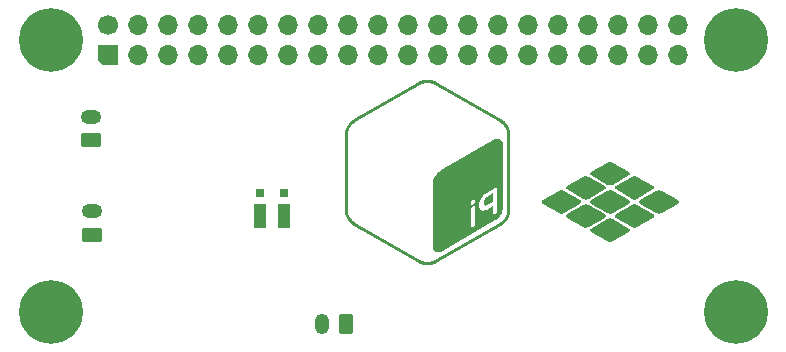
<source format=gbr>
%TF.GenerationSoftware,KiCad,Pcbnew,7.0.1*%
%TF.CreationDate,2023-05-02T18:46:26+03:00*%
%TF.ProjectId,picoups,7069636f-7570-4732-9e6b-696361645f70,rev?*%
%TF.SameCoordinates,Original*%
%TF.FileFunction,Soldermask,Bot*%
%TF.FilePolarity,Negative*%
%FSLAX46Y46*%
G04 Gerber Fmt 4.6, Leading zero omitted, Abs format (unit mm)*
G04 Created by KiCad (PCBNEW 7.0.1) date 2023-05-02 18:46:26*
%MOMM*%
%LPD*%
G01*
G04 APERTURE LIST*
G04 Aperture macros list*
%AMRoundRect*
0 Rectangle with rounded corners*
0 $1 Rounding radius*
0 $2 $3 $4 $5 $6 $7 $8 $9 X,Y pos of 4 corners*
0 Add a 4 corners polygon primitive as box body*
4,1,4,$2,$3,$4,$5,$6,$7,$8,$9,$2,$3,0*
0 Add four circle primitives for the rounded corners*
1,1,$1+$1,$2,$3*
1,1,$1+$1,$4,$5*
1,1,$1+$1,$6,$7*
1,1,$1+$1,$8,$9*
0 Add four rect primitives between the rounded corners*
20,1,$1+$1,$2,$3,$4,$5,0*
20,1,$1+$1,$4,$5,$6,$7,0*
20,1,$1+$1,$6,$7,$8,$9,0*
20,1,$1+$1,$8,$9,$2,$3,0*%
%AMOutline5P*
0 Free polygon, 5 corners , with rotation*
0 The origin of the aperture is its center*
0 number of corners: always 5*
0 $1 to $10 corner X, Y*
0 $11 Rotation angle, in degrees counterclockwise*
0 create outline with 5 corners*
4,1,5,$1,$2,$3,$4,$5,$6,$7,$8,$9,$10,$1,$2,$11*%
%AMOutline6P*
0 Free polygon, 6 corners , with rotation*
0 The origin of the aperture is its center*
0 number of corners: always 6*
0 $1 to $12 corner X, Y*
0 $13 Rotation angle, in degrees counterclockwise*
0 create outline with 6 corners*
4,1,6,$1,$2,$3,$4,$5,$6,$7,$8,$9,$10,$11,$12,$1,$2,$13*%
%AMOutline7P*
0 Free polygon, 7 corners , with rotation*
0 The origin of the aperture is its center*
0 number of corners: always 7*
0 $1 to $14 corner X, Y*
0 $15 Rotation angle, in degrees counterclockwise*
0 create outline with 7 corners*
4,1,7,$1,$2,$3,$4,$5,$6,$7,$8,$9,$10,$11,$12,$13,$14,$1,$2,$15*%
%AMOutline8P*
0 Free polygon, 8 corners , with rotation*
0 The origin of the aperture is its center*
0 number of corners: always 8*
0 $1 to $16 corner X, Y*
0 $17 Rotation angle, in degrees counterclockwise*
0 create outline with 8 corners*
4,1,8,$1,$2,$3,$4,$5,$6,$7,$8,$9,$10,$11,$12,$13,$14,$15,$16,$1,$2,$17*%
G04 Aperture macros list end*
%ADD10C,0.264583*%
%ADD11R,1.100000X2.000000*%
%ADD12R,0.800000X0.800000*%
%ADD13RoundRect,0.250000X0.350000X0.625000X-0.350000X0.625000X-0.350000X-0.625000X0.350000X-0.625000X0*%
%ADD14O,1.200000X1.750000*%
%ADD15C,5.400000*%
%ADD16Outline5P,-0.850000X0.425000X-0.425000X0.850000X0.850000X0.850000X0.850000X-0.850000X-0.850000X-0.850000X90.000000*%
%ADD17C,1.700000*%
%ADD18O,1.700000X1.700000*%
%ADD19RoundRect,0.250000X0.625000X-0.350000X0.625000X0.350000X-0.625000X0.350000X-0.625000X-0.350000X0*%
%ADD20O,1.750000X1.200000*%
G04 APERTURE END LIST*
%TO.C,REF\u002A\u002A*%
G36*
X146030023Y-108219771D02*
G01*
X146059581Y-108222648D01*
X146088946Y-108227445D01*
X146118022Y-108234160D01*
X146146712Y-108242794D01*
X146174920Y-108253347D01*
X146202550Y-108265818D01*
X146229505Y-108280208D01*
X147604321Y-109073958D01*
X147612967Y-109079341D01*
X147621172Y-109085238D01*
X147628920Y-109091623D01*
X147636194Y-109098466D01*
X147642978Y-109105740D01*
X147649257Y-109113417D01*
X147655014Y-109121470D01*
X147660234Y-109129871D01*
X147664899Y-109138591D01*
X147668995Y-109147603D01*
X147672504Y-109156880D01*
X147675411Y-109166392D01*
X147677701Y-109176113D01*
X147679356Y-109186015D01*
X147680361Y-109196070D01*
X147680699Y-109206249D01*
X147680614Y-109211353D01*
X147680361Y-109216429D01*
X147679941Y-109221474D01*
X147679356Y-109226484D01*
X147678609Y-109231455D01*
X147677701Y-109236385D01*
X147676634Y-109241270D01*
X147675411Y-109246107D01*
X147674034Y-109250891D01*
X147672504Y-109255619D01*
X147670824Y-109260289D01*
X147668995Y-109264896D01*
X147667019Y-109269436D01*
X147664899Y-109273908D01*
X147662637Y-109278306D01*
X147660234Y-109282628D01*
X147657692Y-109286870D01*
X147655014Y-109291029D01*
X147652202Y-109295100D01*
X147649257Y-109299082D01*
X147646182Y-109302969D01*
X147642978Y-109306759D01*
X147639648Y-109310448D01*
X147636194Y-109314033D01*
X147632617Y-109317510D01*
X147628920Y-109320876D01*
X147625104Y-109324128D01*
X147621172Y-109327261D01*
X147617126Y-109330272D01*
X147612967Y-109333158D01*
X147608698Y-109335916D01*
X147604321Y-109338541D01*
X146229505Y-110132291D01*
X146202550Y-110146681D01*
X146174920Y-110159152D01*
X146146712Y-110169705D01*
X146118022Y-110178338D01*
X146088946Y-110185054D01*
X146059581Y-110189850D01*
X146030023Y-110192728D01*
X146000369Y-110193688D01*
X145970715Y-110192728D01*
X145941157Y-110189850D01*
X145911792Y-110185054D01*
X145882717Y-110178338D01*
X145854027Y-110169705D01*
X145825818Y-110159152D01*
X145798189Y-110146681D01*
X145771234Y-110132291D01*
X144396418Y-109338541D01*
X144387771Y-109333158D01*
X144379566Y-109327261D01*
X144371819Y-109320876D01*
X144364545Y-109314033D01*
X144357760Y-109306759D01*
X144351481Y-109299082D01*
X144345724Y-109291029D01*
X144340505Y-109282628D01*
X144335840Y-109273908D01*
X144331744Y-109264896D01*
X144328235Y-109255619D01*
X144325327Y-109246107D01*
X144323038Y-109236385D01*
X144321383Y-109226484D01*
X144320378Y-109216429D01*
X144320039Y-109206249D01*
X144320124Y-109201146D01*
X144320378Y-109196070D01*
X144320798Y-109191025D01*
X144321383Y-109186015D01*
X144322130Y-109181043D01*
X144323038Y-109176113D01*
X144324104Y-109171228D01*
X144325327Y-109166392D01*
X144326705Y-109161608D01*
X144328235Y-109156880D01*
X144329915Y-109152210D01*
X144331744Y-109147603D01*
X144333720Y-109143062D01*
X144335840Y-109138591D01*
X144338102Y-109134193D01*
X144340505Y-109129871D01*
X144343046Y-109125629D01*
X144345724Y-109121470D01*
X144348536Y-109117399D01*
X144351481Y-109113417D01*
X144354556Y-109109530D01*
X144357760Y-109105740D01*
X144361090Y-109102051D01*
X144364545Y-109098466D01*
X144368121Y-109094989D01*
X144371819Y-109091623D01*
X144375634Y-109088371D01*
X144379566Y-109085238D01*
X144383613Y-109082227D01*
X144387771Y-109079341D01*
X144392040Y-109076583D01*
X144396418Y-109073958D01*
X145771234Y-108280208D01*
X145798189Y-108265818D01*
X145825819Y-108253347D01*
X145854027Y-108242794D01*
X145882717Y-108234160D01*
X145911793Y-108227445D01*
X145941157Y-108222648D01*
X145970715Y-108219771D01*
X146000369Y-108218811D01*
X146030023Y-108219771D01*
G37*
G36*
X143967800Y-109410395D02*
G01*
X143997358Y-109413273D01*
X144026723Y-109418070D01*
X144055799Y-109424785D01*
X144084489Y-109433419D01*
X144112697Y-109443972D01*
X144140327Y-109456443D01*
X144167282Y-109470833D01*
X145542098Y-110264583D01*
X145546476Y-110267208D01*
X145550745Y-110269966D01*
X145554903Y-110272852D01*
X145558950Y-110275863D01*
X145562882Y-110278996D01*
X145566697Y-110282247D01*
X145570395Y-110285613D01*
X145573971Y-110289091D01*
X145577426Y-110292675D01*
X145580756Y-110296365D01*
X145583960Y-110300155D01*
X145587035Y-110304042D01*
X145589979Y-110308024D01*
X145592792Y-110312095D01*
X145595470Y-110316254D01*
X145598011Y-110320496D01*
X145600414Y-110324818D01*
X145602676Y-110329216D01*
X145604796Y-110333687D01*
X145606772Y-110338228D01*
X145608601Y-110342835D01*
X145610281Y-110347505D01*
X145611811Y-110352233D01*
X145613189Y-110357017D01*
X145614412Y-110361854D01*
X145615478Y-110366738D01*
X145616386Y-110371668D01*
X145617133Y-110376640D01*
X145617718Y-110381650D01*
X145618138Y-110386695D01*
X145618392Y-110391771D01*
X145618477Y-110396874D01*
X145618138Y-110407054D01*
X145617133Y-110417109D01*
X145615478Y-110427010D01*
X145613189Y-110436731D01*
X145610281Y-110446244D01*
X145606772Y-110455520D01*
X145602676Y-110464533D01*
X145598011Y-110473253D01*
X145592792Y-110481653D01*
X145587035Y-110489706D01*
X145580756Y-110497384D01*
X145573971Y-110504658D01*
X145566697Y-110511501D01*
X145558950Y-110517886D01*
X145550745Y-110523783D01*
X145542098Y-110529166D01*
X144167282Y-111322916D01*
X144140327Y-111337306D01*
X144112697Y-111349777D01*
X144084489Y-111360329D01*
X144055799Y-111368963D01*
X144026723Y-111375679D01*
X143997358Y-111380475D01*
X143967801Y-111383353D01*
X143938146Y-111384312D01*
X143908492Y-111383353D01*
X143878935Y-111380475D01*
X143849570Y-111375679D01*
X143820494Y-111368963D01*
X143791804Y-111360329D01*
X143763596Y-111349777D01*
X143735966Y-111337306D01*
X143709011Y-111322916D01*
X142334196Y-110529166D01*
X142329818Y-110526541D01*
X142325549Y-110523783D01*
X142321390Y-110520897D01*
X142317344Y-110517886D01*
X142313412Y-110514753D01*
X142309596Y-110511501D01*
X142305899Y-110508135D01*
X142302322Y-110504658D01*
X142298868Y-110501073D01*
X142295538Y-110497384D01*
X142292334Y-110493594D01*
X142289259Y-110489706D01*
X142286314Y-110485725D01*
X142283502Y-110481653D01*
X142280824Y-110477495D01*
X142278282Y-110473253D01*
X142275879Y-110468931D01*
X142273617Y-110464533D01*
X142271497Y-110460061D01*
X142269521Y-110455520D01*
X142267692Y-110450914D01*
X142266012Y-110446244D01*
X142264482Y-110441516D01*
X142263105Y-110436731D01*
X142261882Y-110431895D01*
X142260815Y-110427010D01*
X142259908Y-110422080D01*
X142259160Y-110417109D01*
X142258576Y-110412099D01*
X142258155Y-110407054D01*
X142257902Y-110401978D01*
X142257817Y-110396874D01*
X142258155Y-110386695D01*
X142259160Y-110376640D01*
X142260815Y-110366738D01*
X142263105Y-110357017D01*
X142266012Y-110347505D01*
X142269521Y-110338228D01*
X142273617Y-110329216D01*
X142278282Y-110320496D01*
X142283502Y-110312095D01*
X142289259Y-110304042D01*
X142295538Y-110296365D01*
X142302322Y-110289091D01*
X142309596Y-110282247D01*
X142317344Y-110275863D01*
X142325549Y-110269966D01*
X142334196Y-110264583D01*
X143709011Y-109470833D01*
X143735966Y-109456443D01*
X143763596Y-109443972D01*
X143791804Y-109433419D01*
X143820494Y-109424785D01*
X143849570Y-109418070D01*
X143878935Y-109413273D01*
X143908492Y-109410395D01*
X143938146Y-109409436D01*
X143967800Y-109410395D01*
G37*
G36*
X143967800Y-107029146D02*
G01*
X143997358Y-107032024D01*
X144026723Y-107036820D01*
X144055799Y-107043535D01*
X144084489Y-107052169D01*
X144112697Y-107062722D01*
X144140327Y-107075193D01*
X144167282Y-107089583D01*
X145542098Y-107883333D01*
X145546476Y-107885958D01*
X145550745Y-107888716D01*
X145554903Y-107891602D01*
X145558950Y-107894613D01*
X145562882Y-107897746D01*
X145566697Y-107900998D01*
X145570395Y-107904364D01*
X145573971Y-107907841D01*
X145577426Y-107911426D01*
X145580756Y-107915115D01*
X145583960Y-107918905D01*
X145587035Y-107922792D01*
X145589979Y-107926774D01*
X145592792Y-107930845D01*
X145595470Y-107935004D01*
X145598011Y-107939246D01*
X145600414Y-107943568D01*
X145602676Y-107947966D01*
X145604796Y-107952438D01*
X145606772Y-107956978D01*
X145608601Y-107961585D01*
X145610281Y-107966255D01*
X145611811Y-107970983D01*
X145613189Y-107975767D01*
X145614412Y-107980604D01*
X145615478Y-107985489D01*
X145616386Y-107990419D01*
X145617133Y-107995390D01*
X145617718Y-108000400D01*
X145618138Y-108005445D01*
X145618392Y-108010521D01*
X145618477Y-108015625D01*
X145618138Y-108025804D01*
X145617133Y-108035859D01*
X145615478Y-108045760D01*
X145613189Y-108055482D01*
X145610281Y-108064994D01*
X145606772Y-108074271D01*
X145602676Y-108083283D01*
X145598011Y-108092003D01*
X145592792Y-108100404D01*
X145587035Y-108108457D01*
X145580756Y-108116134D01*
X145573971Y-108123408D01*
X145566697Y-108130251D01*
X145558950Y-108136636D01*
X145550745Y-108142533D01*
X145542098Y-108147916D01*
X144167282Y-108941666D01*
X144140327Y-108956056D01*
X144112697Y-108968527D01*
X144084489Y-108979080D01*
X144055799Y-108987714D01*
X144026723Y-108994429D01*
X143997358Y-108999226D01*
X143967801Y-109002104D01*
X143938146Y-109003063D01*
X143908492Y-109002104D01*
X143878935Y-108999226D01*
X143849570Y-108994429D01*
X143820494Y-108987714D01*
X143791804Y-108979080D01*
X143763596Y-108968527D01*
X143735966Y-108956056D01*
X143709011Y-108941666D01*
X142334196Y-108147916D01*
X142329818Y-108145291D01*
X142325549Y-108142533D01*
X142321390Y-108139647D01*
X142317344Y-108136636D01*
X142313412Y-108133503D01*
X142309596Y-108130251D01*
X142305899Y-108126885D01*
X142302322Y-108123408D01*
X142298868Y-108119823D01*
X142295538Y-108116134D01*
X142292334Y-108112344D01*
X142289259Y-108108457D01*
X142286314Y-108104475D01*
X142283502Y-108100404D01*
X142280824Y-108096245D01*
X142278282Y-108092003D01*
X142275879Y-108087681D01*
X142273617Y-108083283D01*
X142271497Y-108078812D01*
X142269521Y-108074271D01*
X142267692Y-108069664D01*
X142266012Y-108064994D01*
X142264482Y-108060266D01*
X142263105Y-108055482D01*
X142261882Y-108050645D01*
X142260815Y-108045760D01*
X142259908Y-108040830D01*
X142259160Y-108035859D01*
X142258576Y-108030849D01*
X142258155Y-108025804D01*
X142257902Y-108020728D01*
X142257817Y-108015625D01*
X142258155Y-108005445D01*
X142259160Y-107995390D01*
X142260815Y-107985489D01*
X142263105Y-107975767D01*
X142266012Y-107966255D01*
X142269521Y-107956978D01*
X142273617Y-107947966D01*
X142278282Y-107939246D01*
X142283502Y-107930845D01*
X142289259Y-107922792D01*
X142295538Y-107915115D01*
X142302322Y-107907841D01*
X142309596Y-107900997D01*
X142317344Y-107894613D01*
X142325549Y-107888716D01*
X142334196Y-107883333D01*
X143709011Y-107089583D01*
X143735966Y-107075193D01*
X143763596Y-107062722D01*
X143791804Y-107052169D01*
X143820494Y-107043535D01*
X143849570Y-107036820D01*
X143878935Y-107032024D01*
X143908492Y-107029146D01*
X143938146Y-107028186D01*
X143967800Y-107029146D01*
G37*
G36*
X141905578Y-110601020D02*
G01*
X141935136Y-110603898D01*
X141964500Y-110608695D01*
X141993576Y-110615410D01*
X142022266Y-110624044D01*
X142050474Y-110634597D01*
X142078104Y-110647068D01*
X142105059Y-110661458D01*
X143479875Y-111455208D01*
X143484253Y-111457833D01*
X143488522Y-111460591D01*
X143492680Y-111463477D01*
X143496727Y-111466488D01*
X143500659Y-111469621D01*
X143504474Y-111472872D01*
X143508172Y-111476238D01*
X143511749Y-111479716D01*
X143515203Y-111483301D01*
X143518533Y-111486990D01*
X143521737Y-111490780D01*
X143524812Y-111494667D01*
X143527757Y-111498649D01*
X143530569Y-111502720D01*
X143533247Y-111506879D01*
X143535788Y-111511121D01*
X143538191Y-111515443D01*
X143540454Y-111519841D01*
X143542574Y-111524312D01*
X143544549Y-111528853D01*
X143546378Y-111533460D01*
X143548059Y-111538129D01*
X143549589Y-111542858D01*
X143550966Y-111547642D01*
X143552189Y-111552478D01*
X143553256Y-111557363D01*
X143554163Y-111562293D01*
X143554911Y-111567265D01*
X143555495Y-111572275D01*
X143555916Y-111577320D01*
X143556169Y-111582395D01*
X143556254Y-111587499D01*
X143555916Y-111597679D01*
X143554911Y-111607733D01*
X143553256Y-111617635D01*
X143550966Y-111627356D01*
X143548059Y-111636869D01*
X143544549Y-111646145D01*
X143540454Y-111655158D01*
X143535788Y-111663878D01*
X143530569Y-111672279D01*
X143524812Y-111680331D01*
X143518533Y-111688009D01*
X143511749Y-111695283D01*
X143504474Y-111702126D01*
X143496727Y-111708510D01*
X143488522Y-111714408D01*
X143479875Y-111719791D01*
X142105060Y-112513541D01*
X142078105Y-112527931D01*
X142050475Y-112540402D01*
X142022267Y-112550954D01*
X141993577Y-112559588D01*
X141964501Y-112566304D01*
X141935136Y-112571100D01*
X141905578Y-112573978D01*
X141875924Y-112574938D01*
X141846270Y-112573978D01*
X141816712Y-112571100D01*
X141787347Y-112566304D01*
X141758271Y-112559588D01*
X141729581Y-112550954D01*
X141701373Y-112540402D01*
X141673743Y-112527931D01*
X141646788Y-112513541D01*
X140271973Y-111719791D01*
X140267596Y-111717166D01*
X140263327Y-111714408D01*
X140259168Y-111711522D01*
X140255121Y-111708510D01*
X140251189Y-111705377D01*
X140247374Y-111702126D01*
X140243676Y-111698760D01*
X140240100Y-111695283D01*
X140236645Y-111691698D01*
X140233315Y-111688009D01*
X140230111Y-111684219D01*
X140227036Y-111680331D01*
X140224091Y-111676350D01*
X140221279Y-111672279D01*
X140218601Y-111668120D01*
X140216060Y-111663878D01*
X140213657Y-111659556D01*
X140211394Y-111655158D01*
X140209274Y-111650686D01*
X140207299Y-111646145D01*
X140205470Y-111641539D01*
X140203790Y-111636869D01*
X140202260Y-111632141D01*
X140200882Y-111627356D01*
X140199659Y-111622520D01*
X140198593Y-111617635D01*
X140197685Y-111612705D01*
X140196938Y-111607733D01*
X140196353Y-111602723D01*
X140195933Y-111597679D01*
X140195679Y-111592603D01*
X140195594Y-111587499D01*
X140195933Y-111577320D01*
X140196938Y-111567265D01*
X140198593Y-111557363D01*
X140200882Y-111547642D01*
X140203789Y-111538129D01*
X140207299Y-111528853D01*
X140211394Y-111519841D01*
X140216059Y-111511121D01*
X140221279Y-111502720D01*
X140227036Y-111494667D01*
X140233314Y-111486990D01*
X140240099Y-111479716D01*
X140247373Y-111472872D01*
X140255120Y-111466488D01*
X140263326Y-111460591D01*
X140271972Y-111455208D01*
X141646788Y-110661458D01*
X141673743Y-110647068D01*
X141701373Y-110634597D01*
X141729581Y-110624044D01*
X141758271Y-110615410D01*
X141787347Y-110608695D01*
X141816712Y-110603898D01*
X141846270Y-110601020D01*
X141875924Y-110600061D01*
X141905578Y-110601020D01*
G37*
G36*
X137781132Y-108219771D02*
G01*
X137810689Y-108222648D01*
X137840054Y-108227445D01*
X137869130Y-108234160D01*
X137897820Y-108242794D01*
X137926029Y-108253347D01*
X137953658Y-108265818D01*
X137980613Y-108280208D01*
X139355428Y-109073958D01*
X139364075Y-109079341D01*
X139372280Y-109085238D01*
X139380028Y-109091623D01*
X139387302Y-109098466D01*
X139394086Y-109105740D01*
X139400365Y-109113417D01*
X139406122Y-109121470D01*
X139411341Y-109129871D01*
X139416007Y-109138591D01*
X139420102Y-109147603D01*
X139423612Y-109156880D01*
X139426519Y-109166392D01*
X139428809Y-109176113D01*
X139430464Y-109186015D01*
X139431469Y-109196070D01*
X139431807Y-109206249D01*
X139431722Y-109211353D01*
X139431469Y-109216429D01*
X139431049Y-109221474D01*
X139430464Y-109226484D01*
X139429717Y-109231455D01*
X139428809Y-109236385D01*
X139427742Y-109241270D01*
X139426519Y-109246107D01*
X139425142Y-109250891D01*
X139423612Y-109255619D01*
X139421931Y-109260289D01*
X139420102Y-109264896D01*
X139418127Y-109269436D01*
X139416007Y-109273908D01*
X139413744Y-109278306D01*
X139411341Y-109282628D01*
X139408800Y-109286870D01*
X139406122Y-109291029D01*
X139403310Y-109295100D01*
X139400365Y-109299082D01*
X139397290Y-109302969D01*
X139394086Y-109306759D01*
X139390756Y-109310448D01*
X139387302Y-109314033D01*
X139383725Y-109317510D01*
X139380028Y-109320876D01*
X139376212Y-109324128D01*
X139372280Y-109327261D01*
X139368234Y-109330272D01*
X139364075Y-109333158D01*
X139359806Y-109335916D01*
X139355428Y-109338541D01*
X137980613Y-110132291D01*
X137953658Y-110146681D01*
X137926029Y-110159152D01*
X137897820Y-110169705D01*
X137869130Y-110178338D01*
X137840054Y-110185054D01*
X137810689Y-110189850D01*
X137781132Y-110192728D01*
X137751478Y-110193688D01*
X137721823Y-110192728D01*
X137692266Y-110189850D01*
X137662901Y-110185054D01*
X137633825Y-110178338D01*
X137605135Y-110169705D01*
X137576927Y-110159152D01*
X137549297Y-110146681D01*
X137522342Y-110132291D01*
X136147527Y-109338541D01*
X136138881Y-109333158D01*
X136130675Y-109327261D01*
X136122928Y-109320876D01*
X136115653Y-109314033D01*
X136108869Y-109306759D01*
X136102590Y-109299082D01*
X136096833Y-109291029D01*
X136091613Y-109282628D01*
X136086948Y-109273908D01*
X136082852Y-109264896D01*
X136079343Y-109255619D01*
X136076435Y-109246107D01*
X136074146Y-109236385D01*
X136072491Y-109226484D01*
X136071486Y-109216429D01*
X136071148Y-109206249D01*
X136071233Y-109201146D01*
X136071486Y-109196070D01*
X136071906Y-109191025D01*
X136072491Y-109186015D01*
X136073238Y-109181043D01*
X136074146Y-109176113D01*
X136075212Y-109171228D01*
X136076435Y-109166392D01*
X136077813Y-109161608D01*
X136079343Y-109156880D01*
X136081023Y-109152210D01*
X136082852Y-109147603D01*
X136084828Y-109143062D01*
X136086948Y-109138591D01*
X136089210Y-109134193D01*
X136091613Y-109129871D01*
X136094155Y-109125629D01*
X136096833Y-109121470D01*
X136099645Y-109117399D01*
X136102590Y-109113417D01*
X136105665Y-109109530D01*
X136108869Y-109105740D01*
X136112199Y-109102051D01*
X136115653Y-109098466D01*
X136119230Y-109094989D01*
X136122928Y-109091623D01*
X136126743Y-109088371D01*
X136130675Y-109085238D01*
X136134722Y-109082227D01*
X136138881Y-109079341D01*
X136143150Y-109076583D01*
X136147527Y-109073958D01*
X137522342Y-108280208D01*
X137549297Y-108265818D01*
X137576927Y-108253347D01*
X137605135Y-108242794D01*
X137633825Y-108234160D01*
X137662901Y-108227445D01*
X137692266Y-108222648D01*
X137721823Y-108219771D01*
X137751478Y-108218811D01*
X137781132Y-108219771D01*
G37*
G36*
X141905578Y-108219770D02*
G01*
X141935136Y-108222648D01*
X141964501Y-108227445D01*
X141993576Y-108234160D01*
X142022266Y-108242794D01*
X142050475Y-108253347D01*
X142078104Y-108265818D01*
X142105059Y-108280208D01*
X143479875Y-109073958D01*
X143479874Y-109073958D01*
X143488521Y-109079341D01*
X143496726Y-109085238D01*
X143504474Y-109091623D01*
X143511748Y-109098466D01*
X143518532Y-109105740D01*
X143524811Y-109113417D01*
X143530568Y-109121470D01*
X143535787Y-109129871D01*
X143540453Y-109138591D01*
X143544548Y-109147603D01*
X143548058Y-109156880D01*
X143550965Y-109166392D01*
X143553255Y-109176113D01*
X143554910Y-109186015D01*
X143555915Y-109196070D01*
X143556253Y-109206249D01*
X143556168Y-109211353D01*
X143555915Y-109216429D01*
X143555494Y-109221474D01*
X143554910Y-109226484D01*
X143554162Y-109231455D01*
X143553255Y-109236385D01*
X143552188Y-109241270D01*
X143550965Y-109246107D01*
X143549588Y-109250891D01*
X143548058Y-109255619D01*
X143546377Y-109260289D01*
X143544548Y-109264896D01*
X143542573Y-109269436D01*
X143540453Y-109273908D01*
X143538190Y-109278306D01*
X143535787Y-109282628D01*
X143533246Y-109286870D01*
X143530568Y-109291029D01*
X143527756Y-109295100D01*
X143524811Y-109299082D01*
X143521736Y-109302969D01*
X143518532Y-109306759D01*
X143515202Y-109310448D01*
X143511748Y-109314033D01*
X143508171Y-109317510D01*
X143504474Y-109320876D01*
X143500658Y-109324128D01*
X143496726Y-109327261D01*
X143492680Y-109330272D01*
X143488521Y-109333158D01*
X143484252Y-109335916D01*
X143479874Y-109338541D01*
X142105058Y-110132291D01*
X142078103Y-110146681D01*
X142050474Y-110159152D01*
X142022265Y-110169705D01*
X141993575Y-110178338D01*
X141964499Y-110185054D01*
X141935135Y-110189850D01*
X141905577Y-110192728D01*
X141875923Y-110193688D01*
X141846269Y-110192728D01*
X141816711Y-110189850D01*
X141787346Y-110185054D01*
X141758270Y-110178338D01*
X141729580Y-110169705D01*
X141701372Y-110159152D01*
X141673742Y-110146681D01*
X141646787Y-110132291D01*
X140271972Y-109338541D01*
X140263326Y-109333158D01*
X140255120Y-109327261D01*
X140247373Y-109320876D01*
X140240098Y-109314033D01*
X140233314Y-109306759D01*
X140227035Y-109299082D01*
X140221278Y-109291029D01*
X140216058Y-109282628D01*
X140211393Y-109273908D01*
X140207297Y-109264896D01*
X140203788Y-109255619D01*
X140200880Y-109246107D01*
X140198591Y-109236385D01*
X140196936Y-109226484D01*
X140195931Y-109216429D01*
X140195593Y-109206249D01*
X140195678Y-109201146D01*
X140195931Y-109196070D01*
X140196351Y-109191025D01*
X140196936Y-109186015D01*
X140197683Y-109181043D01*
X140198591Y-109176113D01*
X140199657Y-109171228D01*
X140200880Y-109166392D01*
X140202258Y-109161608D01*
X140203788Y-109156880D01*
X140205468Y-109152210D01*
X140207297Y-109147603D01*
X140209273Y-109143062D01*
X140211393Y-109138591D01*
X140213655Y-109134193D01*
X140216058Y-109129871D01*
X140218600Y-109125629D01*
X140221278Y-109121470D01*
X140224090Y-109117399D01*
X140227035Y-109113417D01*
X140230110Y-109109530D01*
X140233314Y-109105740D01*
X140236644Y-109102051D01*
X140240098Y-109098466D01*
X140243675Y-109094989D01*
X140247373Y-109091623D01*
X140251188Y-109088371D01*
X140255120Y-109085238D01*
X140259167Y-109082227D01*
X140263326Y-109079341D01*
X140267595Y-109076583D01*
X140271972Y-109073958D01*
X141646788Y-108280208D01*
X141673743Y-108265818D01*
X141701373Y-108253347D01*
X141729582Y-108242794D01*
X141758272Y-108234160D01*
X141787348Y-108227445D01*
X141816712Y-108222648D01*
X141846270Y-108219770D01*
X141875924Y-108218811D01*
X141905578Y-108219770D01*
G37*
G36*
X141905577Y-105838521D02*
G01*
X141935135Y-105841399D01*
X141964499Y-105846195D01*
X141993575Y-105852910D01*
X142022265Y-105861544D01*
X142050474Y-105872097D01*
X142078103Y-105884568D01*
X142105058Y-105898958D01*
X143479874Y-106692708D01*
X143484252Y-106695333D01*
X143488521Y-106698091D01*
X143492680Y-106700977D01*
X143496726Y-106703988D01*
X143500658Y-106707121D01*
X143504474Y-106710373D01*
X143508171Y-106713739D01*
X143511748Y-106717216D01*
X143515202Y-106720801D01*
X143518532Y-106724490D01*
X143521736Y-106728280D01*
X143524811Y-106732167D01*
X143527756Y-106736149D01*
X143530568Y-106740220D01*
X143533246Y-106744379D01*
X143535787Y-106748621D01*
X143538190Y-106752943D01*
X143540453Y-106757341D01*
X143542573Y-106761813D01*
X143544548Y-106766353D01*
X143546377Y-106770960D01*
X143548058Y-106775630D01*
X143549588Y-106780358D01*
X143550965Y-106785142D01*
X143552188Y-106789979D01*
X143553255Y-106794864D01*
X143554162Y-106799794D01*
X143554910Y-106804765D01*
X143555494Y-106809775D01*
X143555915Y-106814820D01*
X143556168Y-106819896D01*
X143556253Y-106825000D01*
X143555915Y-106835179D01*
X143554910Y-106845234D01*
X143553255Y-106855135D01*
X143550965Y-106864857D01*
X143548058Y-106874369D01*
X143544548Y-106883646D01*
X143540453Y-106892658D01*
X143535787Y-106901378D01*
X143530568Y-106909779D01*
X143524811Y-106917832D01*
X143518532Y-106925509D01*
X143511748Y-106932783D01*
X143504474Y-106939626D01*
X143496726Y-106946011D01*
X143488521Y-106951908D01*
X143479874Y-106957291D01*
X143479875Y-106957291D01*
X142105059Y-107751041D01*
X142078104Y-107765431D01*
X142050475Y-107777902D01*
X142022266Y-107788455D01*
X141993576Y-107797089D01*
X141964501Y-107803804D01*
X141935136Y-107808601D01*
X141905578Y-107811479D01*
X141875924Y-107812438D01*
X141846270Y-107811479D01*
X141816712Y-107808601D01*
X141787348Y-107803804D01*
X141758272Y-107797089D01*
X141729582Y-107788455D01*
X141701373Y-107777902D01*
X141673743Y-107765431D01*
X141646788Y-107751041D01*
X140271972Y-106957291D01*
X140267595Y-106954666D01*
X140263326Y-106951908D01*
X140259167Y-106949022D01*
X140255120Y-106946011D01*
X140251188Y-106942878D01*
X140247373Y-106939626D01*
X140243675Y-106936260D01*
X140240098Y-106932783D01*
X140236644Y-106929198D01*
X140233314Y-106925509D01*
X140230110Y-106921719D01*
X140227035Y-106917832D01*
X140224090Y-106913850D01*
X140221278Y-106909779D01*
X140218600Y-106905620D01*
X140216058Y-106901378D01*
X140213655Y-106897056D01*
X140211393Y-106892658D01*
X140209273Y-106888186D01*
X140207297Y-106883646D01*
X140205468Y-106879039D01*
X140203788Y-106874369D01*
X140202258Y-106869641D01*
X140200880Y-106864857D01*
X140199657Y-106860020D01*
X140198591Y-106855135D01*
X140197683Y-106850205D01*
X140196936Y-106845234D01*
X140196351Y-106840224D01*
X140195931Y-106835179D01*
X140195678Y-106830103D01*
X140195593Y-106825000D01*
X140195931Y-106814820D01*
X140196936Y-106804765D01*
X140198591Y-106794864D01*
X140200880Y-106785142D01*
X140203788Y-106775630D01*
X140207297Y-106766353D01*
X140211393Y-106757341D01*
X140216058Y-106748621D01*
X140221277Y-106740220D01*
X140227034Y-106732167D01*
X140233313Y-106724490D01*
X140240098Y-106717216D01*
X140247372Y-106710373D01*
X140255120Y-106703988D01*
X140263325Y-106698091D01*
X140271971Y-106692708D01*
X141646787Y-105898958D01*
X141673742Y-105884568D01*
X141701372Y-105872097D01*
X141729580Y-105861544D01*
X141758270Y-105852910D01*
X141787346Y-105846195D01*
X141816711Y-105841399D01*
X141846269Y-105838521D01*
X141875923Y-105837561D01*
X141905577Y-105838521D01*
G37*
G36*
X139843354Y-109410395D02*
G01*
X139872912Y-109413273D01*
X139902277Y-109418070D01*
X139931353Y-109424785D01*
X139960043Y-109433419D01*
X139988251Y-109443972D01*
X140015881Y-109456443D01*
X140042836Y-109470833D01*
X141417652Y-110264583D01*
X141422029Y-110267208D01*
X141426298Y-110269966D01*
X141430457Y-110272852D01*
X141434504Y-110275863D01*
X141438436Y-110278996D01*
X141442251Y-110282247D01*
X141445949Y-110285613D01*
X141449526Y-110289091D01*
X141452980Y-110292675D01*
X141456310Y-110296365D01*
X141459514Y-110300155D01*
X141462589Y-110304042D01*
X141465534Y-110308024D01*
X141468346Y-110312095D01*
X141471024Y-110316254D01*
X141473565Y-110320496D01*
X141475968Y-110324818D01*
X141478231Y-110329216D01*
X141480351Y-110333687D01*
X141482326Y-110338228D01*
X141484155Y-110342835D01*
X141485836Y-110347505D01*
X141487366Y-110352233D01*
X141488743Y-110357017D01*
X141489966Y-110361854D01*
X141491032Y-110366738D01*
X141491940Y-110371668D01*
X141492687Y-110376640D01*
X141493272Y-110381650D01*
X141493692Y-110386695D01*
X141493946Y-110391771D01*
X141494031Y-110396874D01*
X141493692Y-110407054D01*
X141492687Y-110417109D01*
X141491032Y-110427010D01*
X141488743Y-110436731D01*
X141485836Y-110446244D01*
X141482326Y-110455520D01*
X141478231Y-110464533D01*
X141473565Y-110473253D01*
X141468346Y-110481653D01*
X141462589Y-110489706D01*
X141456310Y-110497384D01*
X141449526Y-110504658D01*
X141442251Y-110511501D01*
X141434504Y-110517886D01*
X141426298Y-110523783D01*
X141417652Y-110529166D01*
X140042836Y-111322916D01*
X140015881Y-111337306D01*
X139988251Y-111349777D01*
X139960043Y-111360329D01*
X139931353Y-111368963D01*
X139902277Y-111375679D01*
X139872912Y-111380475D01*
X139843354Y-111383353D01*
X139813700Y-111384312D01*
X139784046Y-111383353D01*
X139754489Y-111380475D01*
X139725124Y-111375679D01*
X139696048Y-111368963D01*
X139667358Y-111360329D01*
X139639150Y-111349777D01*
X139611520Y-111337306D01*
X139584565Y-111322916D01*
X138209750Y-110529166D01*
X138205372Y-110526541D01*
X138201103Y-110523783D01*
X138196944Y-110520897D01*
X138192898Y-110517886D01*
X138188966Y-110514753D01*
X138185150Y-110511501D01*
X138181453Y-110508135D01*
X138177876Y-110504658D01*
X138174421Y-110501073D01*
X138171091Y-110497384D01*
X138167888Y-110493594D01*
X138164812Y-110489706D01*
X138161868Y-110485725D01*
X138159055Y-110481653D01*
X138156377Y-110477495D01*
X138153836Y-110473253D01*
X138151433Y-110468931D01*
X138149170Y-110464533D01*
X138147050Y-110460061D01*
X138145075Y-110455520D01*
X138143246Y-110450914D01*
X138141565Y-110446244D01*
X138140035Y-110441516D01*
X138138658Y-110436731D01*
X138137435Y-110431895D01*
X138136369Y-110427010D01*
X138135461Y-110422080D01*
X138134713Y-110417109D01*
X138134129Y-110412099D01*
X138133709Y-110407054D01*
X138133455Y-110401978D01*
X138133370Y-110396874D01*
X138133709Y-110386695D01*
X138134713Y-110376640D01*
X138136368Y-110366738D01*
X138138658Y-110357017D01*
X138141565Y-110347505D01*
X138145075Y-110338228D01*
X138149170Y-110329216D01*
X138153835Y-110320496D01*
X138159055Y-110312095D01*
X138164812Y-110304042D01*
X138171091Y-110296365D01*
X138177875Y-110289091D01*
X138185149Y-110282247D01*
X138192897Y-110275863D01*
X138201102Y-110269966D01*
X138209749Y-110264583D01*
X138209750Y-110264583D01*
X139584565Y-109470833D01*
X139611520Y-109456443D01*
X139639150Y-109443972D01*
X139667358Y-109433419D01*
X139696048Y-109424785D01*
X139725124Y-109418070D01*
X139754489Y-109413273D01*
X139784046Y-109410395D01*
X139813700Y-109409436D01*
X139843354Y-109410395D01*
G37*
G36*
X139843354Y-107029146D02*
G01*
X139872912Y-107032024D01*
X139902277Y-107036820D01*
X139931353Y-107043536D01*
X139960043Y-107052169D01*
X139988251Y-107062722D01*
X140015881Y-107075193D01*
X140042836Y-107089583D01*
X140042837Y-107089583D01*
X141417653Y-107883333D01*
X141422030Y-107885958D01*
X141426299Y-107888716D01*
X141430458Y-107891602D01*
X141434505Y-107894613D01*
X141438437Y-107897746D01*
X141442252Y-107900998D01*
X141445950Y-107904363D01*
X141449526Y-107907841D01*
X141452981Y-107911426D01*
X141456311Y-107915115D01*
X141459515Y-107918905D01*
X141462590Y-107922792D01*
X141465535Y-107926774D01*
X141468347Y-107930845D01*
X141471025Y-107935004D01*
X141473566Y-107939246D01*
X141475969Y-107943568D01*
X141478232Y-107947966D01*
X141480352Y-107952438D01*
X141482327Y-107956978D01*
X141484156Y-107961585D01*
X141485837Y-107966255D01*
X141487366Y-107970983D01*
X141488744Y-107975767D01*
X141489967Y-107980604D01*
X141491033Y-107985489D01*
X141491941Y-107990419D01*
X141492688Y-107995390D01*
X141493273Y-108000400D01*
X141493693Y-108005445D01*
X141493947Y-108010521D01*
X141494032Y-108015625D01*
X141493693Y-108025804D01*
X141492688Y-108035859D01*
X141491033Y-108045760D01*
X141488744Y-108055482D01*
X141485837Y-108064994D01*
X141482327Y-108074271D01*
X141478232Y-108083283D01*
X141473566Y-108092003D01*
X141468347Y-108100404D01*
X141462590Y-108108457D01*
X141456311Y-108116134D01*
X141449526Y-108123408D01*
X141442252Y-108130251D01*
X141434505Y-108136636D01*
X141426299Y-108142533D01*
X141417653Y-108147916D01*
X140042837Y-108941666D01*
X140015882Y-108956056D01*
X139988252Y-108968527D01*
X139960043Y-108979080D01*
X139931353Y-108987714D01*
X139902278Y-108994429D01*
X139872913Y-108999226D01*
X139843355Y-109002104D01*
X139813701Y-109003063D01*
X139784047Y-109002104D01*
X139754489Y-108999226D01*
X139725124Y-108994429D01*
X139696048Y-108987714D01*
X139667358Y-108979080D01*
X139639150Y-108968527D01*
X139611520Y-108956056D01*
X139584565Y-108941666D01*
X138209750Y-108147916D01*
X138205372Y-108145291D01*
X138201103Y-108142533D01*
X138196944Y-108139647D01*
X138192898Y-108136636D01*
X138188966Y-108133503D01*
X138185150Y-108130251D01*
X138181453Y-108126885D01*
X138177876Y-108123408D01*
X138174421Y-108119823D01*
X138171091Y-108116134D01*
X138167888Y-108112344D01*
X138164812Y-108108457D01*
X138161868Y-108104475D01*
X138159055Y-108100404D01*
X138156377Y-108096245D01*
X138153836Y-108092003D01*
X138151433Y-108087681D01*
X138149170Y-108083283D01*
X138147050Y-108078811D01*
X138145075Y-108074271D01*
X138143246Y-108069664D01*
X138141565Y-108064994D01*
X138140035Y-108060266D01*
X138138658Y-108055482D01*
X138137435Y-108050645D01*
X138136369Y-108045760D01*
X138135461Y-108040830D01*
X138134713Y-108035859D01*
X138134129Y-108030849D01*
X138133709Y-108025804D01*
X138133455Y-108020728D01*
X138133370Y-108015625D01*
X138133709Y-108005445D01*
X138134713Y-107995390D01*
X138136368Y-107985489D01*
X138138658Y-107975767D01*
X138141565Y-107966255D01*
X138145075Y-107956978D01*
X138149170Y-107947966D01*
X138153835Y-107939246D01*
X138159055Y-107930845D01*
X138164812Y-107922792D01*
X138171091Y-107915115D01*
X138177875Y-107907841D01*
X138185149Y-107900998D01*
X138192897Y-107894613D01*
X138201102Y-107888716D01*
X138209749Y-107883333D01*
X139584565Y-107089583D01*
X139611520Y-107075193D01*
X139639150Y-107062722D01*
X139667358Y-107052169D01*
X139696048Y-107043536D01*
X139725124Y-107036820D01*
X139754489Y-107032024D01*
X139784046Y-107029146D01*
X139813700Y-107028186D01*
X139843354Y-107029146D01*
G37*
D10*
X133250000Y-109849999D02*
X133250000Y-103500000D01*
X133250000Y-103500000D02*
X133246954Y-103408383D01*
X133249235Y-109895932D02*
X133250000Y-109849999D01*
X133246954Y-103408383D02*
X133237910Y-103317892D01*
X133246953Y-109941616D02*
X133249235Y-109895932D01*
X133243172Y-109987017D02*
X133246953Y-109941616D01*
X133237910Y-110032107D02*
X133243172Y-109987017D01*
X133237910Y-103317892D02*
X133223014Y-103228776D01*
X133231184Y-110076852D02*
X133237910Y-110032107D01*
X133223014Y-110121223D02*
X133231184Y-110076852D01*
X133223014Y-103228776D02*
X133202410Y-103141286D01*
X133213416Y-110165187D02*
X133223014Y-110121223D01*
X133202410Y-110208713D02*
X133213416Y-110165187D01*
X133202410Y-103141286D02*
X133176244Y-103055672D01*
X133190013Y-110251770D02*
X133202410Y-110208713D01*
X133176244Y-103055672D02*
X133144658Y-102972184D01*
X133176243Y-110294327D02*
X133190013Y-110251770D01*
X133161119Y-110336352D02*
X133176243Y-110294327D01*
X133144658Y-110377814D02*
X133161119Y-110336352D01*
X133144658Y-102972184D02*
X133107799Y-102891074D01*
X133126878Y-110418682D02*
X133144658Y-110377814D01*
X133107799Y-102891074D02*
X133065810Y-102812592D01*
X133107798Y-110458924D02*
X133126878Y-110418682D01*
X133087436Y-110498510D02*
X133107798Y-110458924D01*
X133065810Y-110537407D02*
X133087436Y-110498510D01*
X133065810Y-102812592D02*
X133018837Y-102736987D01*
X133042937Y-110575585D02*
X133065810Y-110537407D01*
X133018837Y-102736987D02*
X132967023Y-102664511D01*
X133018836Y-110613011D02*
X133042937Y-110575585D01*
X132993525Y-110649656D02*
X133018836Y-110613011D01*
X132967023Y-102664511D02*
X132910513Y-102595413D01*
X132967022Y-110685488D02*
X132993525Y-110649656D01*
X132939345Y-110720474D02*
X132967022Y-110685488D01*
X132910513Y-110754585D02*
X132939345Y-110720474D01*
X132910513Y-102595413D02*
X132849453Y-102529945D01*
X132880542Y-110787788D02*
X132910513Y-110754585D01*
X132849453Y-102529945D02*
X132783986Y-102468357D01*
X132849452Y-110820053D02*
X132880542Y-110787788D01*
X132817261Y-110851348D02*
X132849452Y-110820053D01*
X132783986Y-110881641D02*
X132817261Y-110851348D01*
X132783986Y-102468357D02*
X132714257Y-102410899D01*
X132749645Y-110910903D02*
X132783986Y-110881641D01*
X132714257Y-110939100D02*
X132749645Y-110910903D01*
X132714257Y-102410899D02*
X132640412Y-102357821D01*
X132677840Y-110966202D02*
X132714257Y-110939100D01*
X132640412Y-102357821D02*
X132562593Y-102309374D01*
X132640411Y-110992177D02*
X132677840Y-110966202D01*
X132601989Y-111016995D02*
X132640411Y-110992177D01*
X132562593Y-102309374D02*
X127063332Y-99134375D01*
X132562592Y-111040624D02*
X132601989Y-111016995D01*
X127063332Y-99134375D02*
X126982467Y-99091205D01*
X127063331Y-114215623D02*
X132562592Y-111040624D01*
X126982467Y-99091205D02*
X126899577Y-99053791D01*
X126982466Y-114258793D02*
X127063331Y-114215623D01*
X126899577Y-99053791D02*
X126814952Y-99022134D01*
X126899576Y-114296207D02*
X126982466Y-114258793D01*
X126814952Y-114327864D02*
X126899576Y-114296207D01*
X126814952Y-99022134D02*
X126728882Y-98996232D01*
X126728882Y-98996232D02*
X126641655Y-98976086D01*
X126728881Y-114353766D02*
X126814952Y-114327864D01*
X126641655Y-98976086D02*
X126553560Y-98961696D01*
X126641654Y-114373912D02*
X126728881Y-114353766D01*
X126553560Y-98961696D02*
X126464887Y-98953062D01*
X126553559Y-114388302D02*
X126641654Y-114373912D01*
X126464887Y-98953062D02*
X126375924Y-98950184D01*
X126464886Y-114396936D02*
X126553559Y-114388302D01*
X126375924Y-114399814D02*
X126464886Y-114396936D01*
X126375924Y-98950184D02*
X126286962Y-98953062D01*
X126286962Y-98953062D02*
X126198289Y-98961696D01*
X126286961Y-114396936D02*
X126375924Y-114399814D01*
X126198289Y-98961696D02*
X126110194Y-98976086D01*
X126198288Y-114388302D02*
X126286961Y-114396936D01*
X126110194Y-98976086D02*
X126022966Y-98996232D01*
X126110193Y-114373912D02*
X126198288Y-114388302D01*
X126022966Y-114353766D02*
X126110193Y-114373912D01*
X126022966Y-98996232D02*
X125936896Y-99022133D01*
X125936896Y-114327864D02*
X126022966Y-114353766D01*
X125936896Y-99022133D02*
X125852271Y-99053791D01*
X125852271Y-114296207D02*
X125936896Y-114327864D01*
X125852271Y-99053791D02*
X125769382Y-99091205D01*
X125769382Y-114258793D02*
X125852271Y-114296207D01*
X125769382Y-99091205D02*
X125688516Y-99134374D01*
X125688516Y-114215623D02*
X125769382Y-114258793D01*
X125688516Y-99134374D02*
X120189255Y-102309374D01*
X120189255Y-111040624D02*
X125688516Y-114215623D01*
X120189255Y-102309374D02*
X120149858Y-102333003D01*
X120149858Y-102333003D02*
X120111437Y-102357821D01*
X120111437Y-110992177D02*
X120189255Y-111040624D01*
X120111437Y-102357821D02*
X120074008Y-102383797D01*
X120074008Y-102383797D02*
X120037591Y-102410899D01*
X120037591Y-110939100D02*
X120111437Y-110992177D01*
X120037591Y-102410899D02*
X120002202Y-102439096D01*
X120002202Y-102439096D02*
X119967862Y-102468357D01*
X119967862Y-110881641D02*
X120037591Y-110939100D01*
X119967862Y-102468357D02*
X119934586Y-102498650D01*
X119934586Y-102498650D02*
X119902395Y-102529945D01*
X119902395Y-110820053D02*
X119967862Y-110881641D01*
X119902395Y-102529945D02*
X119871305Y-102562210D01*
X119871305Y-102562210D02*
X119841334Y-102595413D01*
X119841334Y-110754585D02*
X119902395Y-110820053D01*
X119841334Y-102595413D02*
X119812502Y-102629524D01*
X119812502Y-102629524D02*
X119784825Y-102664511D01*
X119784825Y-110685488D02*
X119841334Y-110754585D01*
X119784825Y-102664511D02*
X119758322Y-102700342D01*
X119758322Y-102700342D02*
X119733011Y-102736987D01*
X119733011Y-110613011D02*
X119784825Y-110685488D01*
X119733011Y-102736987D02*
X119708910Y-102774414D01*
X119708910Y-102774414D02*
X119686037Y-102812592D01*
X119686037Y-110537407D02*
X119733011Y-110613011D01*
X119686037Y-102812592D02*
X119664411Y-102851489D01*
X119664411Y-102851489D02*
X119644049Y-102891074D01*
X119644049Y-110458924D02*
X119686037Y-110537407D01*
X119644049Y-102891074D02*
X119624969Y-102931317D01*
X119624969Y-102931317D02*
X119607189Y-102972184D01*
X119607189Y-110377814D02*
X119644049Y-110458924D01*
X119607189Y-102972184D02*
X119590728Y-103013647D01*
X119590728Y-103013647D02*
X119575604Y-103055672D01*
X119575604Y-110294327D02*
X119607189Y-110377814D01*
X119575604Y-103055672D02*
X119561834Y-103098229D01*
X119561834Y-103098229D02*
X119549437Y-103141286D01*
X119549437Y-110208713D02*
X119575604Y-110294327D01*
X119549437Y-103141286D02*
X119538431Y-103184812D01*
X119538431Y-103184812D02*
X119528833Y-103228776D01*
X119528833Y-110121223D02*
X119549437Y-110208713D01*
X119528833Y-103228776D02*
X119520663Y-103273146D01*
X119520663Y-103273146D02*
X119513937Y-103317892D01*
X119513937Y-110032107D02*
X119528833Y-110121223D01*
X119513937Y-103317892D02*
X119508675Y-103362981D01*
X119508675Y-103362981D02*
X119504894Y-103408383D01*
X119504894Y-109941616D02*
X119513937Y-110032107D01*
X119504894Y-103408383D02*
X119502612Y-103454066D01*
X119502612Y-103454066D02*
X119501847Y-103500000D01*
X119501847Y-109849999D02*
X119504894Y-109941616D01*
X119501847Y-103500000D02*
X119501847Y-109849999D01*
G36*
X131959562Y-109175105D02*
G01*
X131407141Y-109493949D01*
X131399609Y-109498097D01*
X131392094Y-109501835D01*
X131384599Y-109505162D01*
X131377123Y-109508078D01*
X131369667Y-109510583D01*
X131362234Y-109512677D01*
X131354823Y-109514361D01*
X131347436Y-109515633D01*
X131340074Y-109516494D01*
X131332737Y-109516944D01*
X131325428Y-109516983D01*
X131318146Y-109516610D01*
X131310893Y-109515825D01*
X131303671Y-109514629D01*
X131296479Y-109513021D01*
X131289318Y-109511002D01*
X131282251Y-109508618D01*
X131275336Y-109505921D01*
X131268572Y-109502909D01*
X131261960Y-109499585D01*
X131255499Y-109495948D01*
X131249187Y-109491999D01*
X131243026Y-109487740D01*
X131237014Y-109483171D01*
X131231151Y-109478293D01*
X131225436Y-109473106D01*
X131219869Y-109467612D01*
X131214449Y-109461811D01*
X131209176Y-109455704D01*
X131204050Y-109449292D01*
X131199069Y-109442575D01*
X131194234Y-109435554D01*
X131189619Y-109427876D01*
X131185298Y-109419978D01*
X131181273Y-109411860D01*
X131177543Y-109403523D01*
X131174110Y-109394965D01*
X131170973Y-109386187D01*
X131168132Y-109377188D01*
X131165589Y-109367968D01*
X131163343Y-109358527D01*
X131161396Y-109348863D01*
X131159747Y-109338978D01*
X131158397Y-109328870D01*
X131157346Y-109318540D01*
X131156595Y-109307986D01*
X131156144Y-109297210D01*
X131155994Y-109286209D01*
X131156144Y-109274665D01*
X131156595Y-109263053D01*
X131157346Y-109251370D01*
X131158397Y-109239618D01*
X131159747Y-109227795D01*
X131161396Y-109215902D01*
X131163343Y-109203936D01*
X131165589Y-109191898D01*
X131168132Y-109179788D01*
X131170973Y-109167605D01*
X131174110Y-109155348D01*
X131177543Y-109143017D01*
X131181273Y-109130611D01*
X131185298Y-109118129D01*
X131189619Y-109105573D01*
X131194234Y-109092939D01*
X131204050Y-109067925D01*
X131214449Y-109043565D01*
X131225436Y-109019857D01*
X131237014Y-108996801D01*
X131249187Y-108974393D01*
X131261960Y-108952631D01*
X131275336Y-108931514D01*
X131289318Y-108911038D01*
X131296479Y-108900753D01*
X131303671Y-108890844D01*
X131310893Y-108881315D01*
X131318146Y-108872165D01*
X131325428Y-108863394D01*
X131332737Y-108855004D01*
X131340074Y-108846996D01*
X131347436Y-108839369D01*
X131354823Y-108832124D01*
X131362234Y-108825263D01*
X131369667Y-108818786D01*
X131377123Y-108812694D01*
X131384599Y-108806986D01*
X131392094Y-108801665D01*
X131399609Y-108796730D01*
X131407141Y-108792183D01*
X131959562Y-108472822D01*
X131959562Y-109175105D01*
G37*
G36*
X132748249Y-109925963D02*
G01*
X132743967Y-109944151D01*
X132717802Y-110029768D01*
X132686220Y-110113257D01*
X132649364Y-110194368D01*
X132607378Y-110272852D01*
X132560409Y-110348457D01*
X132508599Y-110420934D01*
X132452094Y-110490031D01*
X132391039Y-110555500D01*
X132325577Y-110617088D01*
X132255854Y-110674547D01*
X132182013Y-110727625D01*
X132104201Y-110776073D01*
X131715804Y-111000317D01*
X127521590Y-113421874D01*
X127494637Y-113436253D01*
X127467010Y-113448715D01*
X127438804Y-113459258D01*
X127410118Y-113467884D01*
X127381047Y-113474591D01*
X127351686Y-113479381D01*
X127322134Y-113482252D01*
X127292485Y-113483206D01*
X127262837Y-113482242D01*
X127233286Y-113479360D01*
X127203927Y-113474560D01*
X127174858Y-113467842D01*
X127146174Y-113459206D01*
X127117973Y-113448653D01*
X127090350Y-113436182D01*
X127063401Y-113421793D01*
X127050272Y-113413918D01*
X127037468Y-113405646D01*
X127024995Y-113396989D01*
X127012859Y-113387956D01*
X127001066Y-113378558D01*
X126989621Y-113368806D01*
X126978532Y-113358710D01*
X126967804Y-113348280D01*
X126957443Y-113337527D01*
X126947455Y-113326462D01*
X126937846Y-113315094D01*
X126928622Y-113303434D01*
X126919789Y-113291493D01*
X126911354Y-113279280D01*
X126903322Y-113266807D01*
X126895698Y-113254084D01*
X126888491Y-113241121D01*
X126881704Y-113227929D01*
X126875345Y-113214518D01*
X126869418Y-113200898D01*
X126863932Y-113187081D01*
X126858890Y-113173075D01*
X126854300Y-113158893D01*
X126850167Y-113144544D01*
X126846498Y-113130038D01*
X126843298Y-113115387D01*
X126840574Y-113100600D01*
X126838331Y-113085688D01*
X126836575Y-113070662D01*
X126835313Y-113055531D01*
X126834551Y-113040306D01*
X126834294Y-113024999D01*
X126834294Y-111220458D01*
X130082674Y-111220458D01*
X130082888Y-111230556D01*
X130083530Y-111240211D01*
X130084598Y-111249424D01*
X130086092Y-111258195D01*
X130088011Y-111266524D01*
X130090355Y-111274411D01*
X130093121Y-111281856D01*
X130096310Y-111288859D01*
X130099921Y-111295420D01*
X130103953Y-111301540D01*
X130108405Y-111307217D01*
X130113276Y-111312453D01*
X130118565Y-111317246D01*
X130124272Y-111321599D01*
X130130395Y-111325509D01*
X130136934Y-111328979D01*
X130143792Y-111331555D01*
X130150870Y-111333582D01*
X130158170Y-111335060D01*
X130165692Y-111335987D01*
X130173436Y-111336364D01*
X130181402Y-111336191D01*
X130189591Y-111335468D01*
X130198003Y-111334194D01*
X130206639Y-111332370D01*
X130215497Y-111329995D01*
X130224580Y-111327069D01*
X130233886Y-111323592D01*
X130243417Y-111319565D01*
X130253173Y-111314986D01*
X130263154Y-111309855D01*
X130273360Y-111304173D01*
X130283566Y-111298069D01*
X130293547Y-111291672D01*
X130303303Y-111284982D01*
X130312834Y-111277999D01*
X130322140Y-111270723D01*
X130331223Y-111263155D01*
X130340082Y-111255293D01*
X130348717Y-111247139D01*
X130357129Y-111238692D01*
X130365318Y-111229952D01*
X130373284Y-111220919D01*
X130381028Y-111211594D01*
X130388550Y-111201975D01*
X130395850Y-111192065D01*
X130402929Y-111181862D01*
X130409786Y-111171366D01*
X130416325Y-111160347D01*
X130422448Y-111149370D01*
X130428155Y-111138434D01*
X130433444Y-111127540D01*
X130438315Y-111116690D01*
X130442767Y-111105882D01*
X130446799Y-111095119D01*
X130450410Y-111084400D01*
X130453599Y-111073726D01*
X130456366Y-111063098D01*
X130458709Y-111052516D01*
X130460628Y-111041981D01*
X130462122Y-111031492D01*
X130463191Y-111021052D01*
X130463832Y-111010660D01*
X130464046Y-111000317D01*
X130464046Y-109688768D01*
X130463832Y-109678688D01*
X130463191Y-109669084D01*
X130462122Y-109659955D01*
X130460628Y-109651299D01*
X130458709Y-109643115D01*
X130456366Y-109635402D01*
X130453599Y-109628158D01*
X130450410Y-109621383D01*
X130446799Y-109615074D01*
X130442767Y-109609230D01*
X130438315Y-109603850D01*
X130433444Y-109598933D01*
X130428155Y-109594478D01*
X130422448Y-109590482D01*
X130416325Y-109586945D01*
X130409786Y-109583865D01*
X130406386Y-109582311D01*
X130402933Y-109580897D01*
X130399427Y-109579624D01*
X130395868Y-109578492D01*
X130392254Y-109577502D01*
X130388585Y-109576654D01*
X130384862Y-109575949D01*
X130381083Y-109575387D01*
X130377248Y-109574969D01*
X130373357Y-109574695D01*
X130369410Y-109574566D01*
X130365405Y-109574583D01*
X130361343Y-109574746D01*
X130357223Y-109575055D01*
X130353044Y-109575510D01*
X130348807Y-109576114D01*
X130344513Y-109576865D01*
X130340161Y-109577765D01*
X130335753Y-109578812D01*
X130331289Y-109580006D01*
X130326768Y-109581347D01*
X130322191Y-109582833D01*
X130317559Y-109584464D01*
X130312870Y-109586239D01*
X130308125Y-109588158D01*
X130303325Y-109590221D01*
X130298469Y-109592426D01*
X130293557Y-109594773D01*
X130288591Y-109597262D01*
X130283569Y-109599891D01*
X130273360Y-109605570D01*
X130263154Y-109611685D01*
X130253173Y-109618117D01*
X130243417Y-109624866D01*
X130233886Y-109631931D01*
X130224580Y-109639313D01*
X130215497Y-109647012D01*
X130206639Y-109655028D01*
X130198003Y-109663361D01*
X130189591Y-109672012D01*
X130181402Y-109680981D01*
X130173436Y-109690268D01*
X130165692Y-109699873D01*
X130158170Y-109709797D01*
X130150870Y-109720039D01*
X130143792Y-109730599D01*
X130136934Y-109741479D01*
X130130395Y-109752108D01*
X130124272Y-109762712D01*
X130118565Y-109773291D01*
X130113276Y-109783846D01*
X130108405Y-109794378D01*
X130103953Y-109804887D01*
X130099921Y-109815375D01*
X130096310Y-109825841D01*
X130093121Y-109836288D01*
X130090355Y-109846715D01*
X130088011Y-109857123D01*
X130086092Y-109867513D01*
X130084598Y-109877886D01*
X130083530Y-109888243D01*
X130082888Y-109898584D01*
X130082674Y-109908910D01*
X130082674Y-111220458D01*
X126834294Y-111220458D01*
X126834294Y-109506351D01*
X130775138Y-109506351D01*
X130775485Y-109530620D01*
X130776526Y-109554216D01*
X130778262Y-109577139D01*
X130780692Y-109599389D01*
X130783816Y-109620965D01*
X130787634Y-109641867D01*
X130792147Y-109662096D01*
X130797355Y-109681651D01*
X130803257Y-109700532D01*
X130809853Y-109718739D01*
X130817145Y-109736272D01*
X130825130Y-109753131D01*
X130833811Y-109769316D01*
X130843186Y-109784827D01*
X130853257Y-109799664D01*
X130864022Y-109813826D01*
X130875359Y-109827272D01*
X130887147Y-109839961D01*
X130899385Y-109851893D01*
X130912071Y-109863069D01*
X130925206Y-109873489D01*
X130938790Y-109883154D01*
X130952820Y-109892064D01*
X130967298Y-109900220D01*
X130982222Y-109907621D01*
X130997592Y-109914270D01*
X131013408Y-109920165D01*
X131029668Y-109925309D01*
X131046373Y-109929700D01*
X131063522Y-109933339D01*
X131081114Y-109936228D01*
X131099149Y-109938366D01*
X131117096Y-109939538D01*
X131135216Y-109939862D01*
X131153510Y-109939340D01*
X131171978Y-109937972D01*
X131190620Y-109935758D01*
X131209436Y-109932699D01*
X131228426Y-109928794D01*
X131247589Y-109924045D01*
X131266926Y-109918452D01*
X131286436Y-109912014D01*
X131306120Y-109904732D01*
X131325977Y-109896608D01*
X131346008Y-109887640D01*
X131366212Y-109877830D01*
X131386590Y-109867178D01*
X131407141Y-109855683D01*
X131959562Y-109536839D01*
X131959562Y-110136804D01*
X131959759Y-110146911D01*
X131960349Y-110156595D01*
X131961333Y-110165856D01*
X131962712Y-110174692D01*
X131964486Y-110183103D01*
X131966656Y-110191088D01*
X131969221Y-110198647D01*
X131972183Y-110205779D01*
X131975542Y-110212484D01*
X131979298Y-110218760D01*
X131983452Y-110224608D01*
X131988004Y-110230026D01*
X131992955Y-110235014D01*
X131998305Y-110239571D01*
X132004055Y-110243697D01*
X132010205Y-110247391D01*
X132016679Y-110250186D01*
X132023400Y-110252412D01*
X132030369Y-110254069D01*
X132037585Y-110255157D01*
X132045050Y-110255678D01*
X132052762Y-110255631D01*
X132060722Y-110255018D01*
X132068930Y-110253840D01*
X132077386Y-110252097D01*
X132086090Y-110249789D01*
X132095043Y-110246918D01*
X132104243Y-110243484D01*
X132113692Y-110239489D01*
X132123390Y-110234932D01*
X132133336Y-110229814D01*
X132143530Y-110224136D01*
X132153341Y-110218261D01*
X132162929Y-110212091D01*
X132172296Y-110205628D01*
X132181439Y-110198871D01*
X132190360Y-110191820D01*
X132199059Y-110184477D01*
X132207534Y-110176840D01*
X132215786Y-110168910D01*
X132223815Y-110160687D01*
X132231621Y-110152172D01*
X132239203Y-110143364D01*
X132246561Y-110134264D01*
X132253695Y-110124872D01*
X132260606Y-110115188D01*
X132267293Y-110105212D01*
X132273755Y-110094945D01*
X132279905Y-110084151D01*
X132285654Y-110073389D01*
X132291004Y-110062658D01*
X132295955Y-110051959D01*
X132300507Y-110041290D01*
X132304661Y-110030653D01*
X132308417Y-110020047D01*
X132311776Y-110009472D01*
X132314738Y-109998928D01*
X132317303Y-109988414D01*
X132319473Y-109977930D01*
X132321247Y-109967477D01*
X132322626Y-109957054D01*
X132323610Y-109946660D01*
X132324201Y-109936297D01*
X132324397Y-109925963D01*
X132324397Y-108090934D01*
X132324189Y-108080848D01*
X132323564Y-108071227D01*
X132322521Y-108062072D01*
X132321060Y-108053383D01*
X132319180Y-108045160D01*
X132316881Y-108037403D01*
X132314161Y-108030113D01*
X132311020Y-108023289D01*
X132307457Y-108016932D01*
X132303472Y-108011042D01*
X132299064Y-108005618D01*
X132294232Y-108000662D01*
X132288976Y-107996174D01*
X132283295Y-107992153D01*
X132277188Y-107988599D01*
X132270654Y-107985514D01*
X132267057Y-107984074D01*
X132263409Y-107982775D01*
X132259710Y-107981616D01*
X132255960Y-107980597D01*
X132252160Y-107979718D01*
X132248310Y-107978980D01*
X132244410Y-107978382D01*
X132240461Y-107977925D01*
X132236461Y-107977607D01*
X132232413Y-107977430D01*
X132228315Y-107977393D01*
X132224167Y-107977496D01*
X132219972Y-107977740D01*
X132215727Y-107978124D01*
X132211434Y-107978648D01*
X132207092Y-107979312D01*
X132202699Y-107980120D01*
X132198250Y-107981073D01*
X132193746Y-107982171D01*
X132189189Y-107983414D01*
X132184579Y-107984800D01*
X132179917Y-107986328D01*
X132175203Y-107987999D01*
X132170439Y-107989810D01*
X132165626Y-107991761D01*
X132160763Y-107993853D01*
X132155853Y-107996082D01*
X132150896Y-107998450D01*
X132145892Y-108000955D01*
X132140843Y-108003596D01*
X132130611Y-108009285D01*
X131407141Y-108426830D01*
X131386590Y-108439071D01*
X131366212Y-108451962D01*
X131346008Y-108465502D01*
X131325977Y-108479690D01*
X131306120Y-108494526D01*
X131286436Y-108510009D01*
X131266926Y-108526137D01*
X131247589Y-108542910D01*
X131228426Y-108560327D01*
X131209436Y-108578387D01*
X131190620Y-108597089D01*
X131171978Y-108616432D01*
X131153510Y-108636415D01*
X131135216Y-108657038D01*
X131117096Y-108678299D01*
X131099149Y-108700198D01*
X131081114Y-108722775D01*
X131063522Y-108745614D01*
X131046373Y-108768714D01*
X131029668Y-108792076D01*
X131013408Y-108815701D01*
X130997592Y-108839587D01*
X130982222Y-108863737D01*
X130967298Y-108888149D01*
X130952820Y-108912824D01*
X130938790Y-108937763D01*
X130925206Y-108962965D01*
X130912071Y-108988431D01*
X130899385Y-109014162D01*
X130887147Y-109040156D01*
X130875359Y-109066415D01*
X130864022Y-109092939D01*
X130853257Y-109119546D01*
X130851389Y-109124462D01*
X130843186Y-109146051D01*
X130833811Y-109172456D01*
X130825130Y-109198760D01*
X130817145Y-109224961D01*
X130809853Y-109251061D01*
X130803257Y-109277058D01*
X130797355Y-109302952D01*
X130792147Y-109328742D01*
X130787634Y-109354429D01*
X130783816Y-109380012D01*
X130780692Y-109405490D01*
X130778262Y-109430864D01*
X130776526Y-109456132D01*
X130775485Y-109481294D01*
X130775138Y-109506351D01*
X126834294Y-109506351D01*
X126834294Y-109355455D01*
X130073373Y-109355455D01*
X130073558Y-109366637D01*
X130074113Y-109377161D01*
X130075039Y-109387029D01*
X130076336Y-109396239D01*
X130078004Y-109404790D01*
X130080044Y-109412682D01*
X130082455Y-109419913D01*
X130085237Y-109426485D01*
X130088392Y-109432395D01*
X130091919Y-109437643D01*
X130095819Y-109442228D01*
X130100092Y-109446150D01*
X130104737Y-109449408D01*
X130107200Y-109450788D01*
X130109756Y-109452002D01*
X130115148Y-109453930D01*
X130120915Y-109455192D01*
X130127103Y-109455465D01*
X130133762Y-109455223D01*
X130140892Y-109454464D01*
X130148493Y-109453187D01*
X130156565Y-109451393D01*
X130165108Y-109449080D01*
X130174121Y-109446248D01*
X130183607Y-109442897D01*
X130193563Y-109439026D01*
X130203991Y-109434633D01*
X130214890Y-109429720D01*
X130226261Y-109424285D01*
X130238103Y-109418327D01*
X130250417Y-109411846D01*
X130263203Y-109404842D01*
X130276461Y-109397313D01*
X130302458Y-109381756D01*
X130314714Y-109373995D01*
X130326474Y-109366247D01*
X130337739Y-109358512D01*
X130348508Y-109350790D01*
X130358781Y-109343080D01*
X130368558Y-109335384D01*
X130377840Y-109327702D01*
X130386625Y-109320033D01*
X130394913Y-109312379D01*
X130402705Y-109304738D01*
X130410001Y-109297112D01*
X130416800Y-109289501D01*
X130423101Y-109281905D01*
X130428906Y-109274323D01*
X130434289Y-109266635D01*
X130439324Y-109258718D01*
X130444011Y-109250573D01*
X130448352Y-109242202D01*
X130452344Y-109233604D01*
X130455990Y-109224783D01*
X130459288Y-109215738D01*
X130462239Y-109206471D01*
X130464843Y-109196982D01*
X130467100Y-109187274D01*
X130469009Y-109177346D01*
X130470571Y-109167201D01*
X130471786Y-109156839D01*
X130472654Y-109146261D01*
X130473174Y-109135468D01*
X130473348Y-109124462D01*
X130473348Y-109064517D01*
X130473163Y-109053347D01*
X130472607Y-109042858D01*
X130471681Y-109033049D01*
X130470384Y-109023921D01*
X130468716Y-109015476D01*
X130466677Y-109007714D01*
X130464266Y-109000637D01*
X130461483Y-108994245D01*
X130458328Y-108988539D01*
X130454801Y-108983520D01*
X130450901Y-108979188D01*
X130448812Y-108977281D01*
X130446629Y-108975546D01*
X130444353Y-108973983D01*
X130441983Y-108972593D01*
X130439520Y-108971376D01*
X130436964Y-108970331D01*
X130434315Y-108969459D01*
X130431572Y-108968760D01*
X130425806Y-108967882D01*
X130419257Y-108967436D01*
X130412310Y-108967494D01*
X130404965Y-108968058D01*
X130397223Y-108969126D01*
X130389084Y-108970698D01*
X130380547Y-108972773D01*
X130371614Y-108975352D01*
X130362283Y-108978432D01*
X130352555Y-108982015D01*
X130342431Y-108986099D01*
X130331910Y-108990684D01*
X130320992Y-108995770D01*
X130309678Y-109001356D01*
X130297968Y-109007442D01*
X130285862Y-109014026D01*
X130273360Y-109021110D01*
X130246622Y-109037084D01*
X130234035Y-109045024D01*
X130221969Y-109052933D01*
X130210425Y-109060812D01*
X130199402Y-109068661D01*
X130188899Y-109076481D01*
X130178918Y-109084272D01*
X130169458Y-109092035D01*
X130160518Y-109099771D01*
X130152100Y-109107481D01*
X130144202Y-109115164D01*
X130136824Y-109122822D01*
X130129967Y-109130455D01*
X130123631Y-109138064D01*
X130117814Y-109145649D01*
X130112432Y-109153337D01*
X130107397Y-109161255D01*
X130102709Y-109169400D01*
X130098369Y-109177771D01*
X130094376Y-109186368D01*
X130090730Y-109195190D01*
X130087432Y-109204235D01*
X130084481Y-109213502D01*
X130081877Y-109222991D01*
X130079621Y-109232699D01*
X130077711Y-109242627D01*
X130076149Y-109252772D01*
X130074934Y-109263134D01*
X130074067Y-109273712D01*
X130073546Y-109284505D01*
X130073373Y-109295511D01*
X130073373Y-109355455D01*
X126834294Y-109355455D01*
X126834294Y-107733333D01*
X126837340Y-107641709D01*
X126846383Y-107551212D01*
X126861278Y-107462092D01*
X126881879Y-107374598D01*
X126908044Y-107288981D01*
X126939627Y-107205492D01*
X126976483Y-107124380D01*
X127018468Y-107045896D01*
X127065438Y-106970291D01*
X127117247Y-106897815D01*
X127173752Y-106828717D01*
X127234807Y-106763249D01*
X127300269Y-106701660D01*
X127369992Y-106644201D01*
X127443833Y-106591123D01*
X127521646Y-106542675D01*
X132104256Y-103896874D01*
X132114763Y-103890990D01*
X132125409Y-103885390D01*
X132136186Y-103880077D01*
X132147090Y-103875053D01*
X132158114Y-103870319D01*
X132169253Y-103865877D01*
X132180500Y-103861730D01*
X132191850Y-103857879D01*
X132203296Y-103854326D01*
X132214834Y-103851073D01*
X132226457Y-103848122D01*
X132238159Y-103845475D01*
X132249934Y-103843134D01*
X132261776Y-103841100D01*
X132273680Y-103839376D01*
X132285640Y-103837963D01*
X132309840Y-103836079D01*
X132333985Y-103835479D01*
X132358029Y-103836146D01*
X132381924Y-103838066D01*
X132405623Y-103841224D01*
X132429081Y-103845604D01*
X132452249Y-103851191D01*
X132475082Y-103857970D01*
X132497531Y-103865926D01*
X132519551Y-103875043D01*
X132541094Y-103885306D01*
X132562114Y-103896699D01*
X132582564Y-103909209D01*
X132602396Y-103922818D01*
X132621564Y-103937513D01*
X132640021Y-103953277D01*
X132657619Y-103969995D01*
X132674227Y-103987532D01*
X132689824Y-104005842D01*
X132704392Y-104024880D01*
X132717909Y-104044601D01*
X132730356Y-104064961D01*
X132741712Y-104085914D01*
X132751959Y-104107414D01*
X132761075Y-104129418D01*
X132769040Y-104151880D01*
X132775835Y-104174755D01*
X132781440Y-104197998D01*
X132785834Y-104221564D01*
X132788997Y-104245408D01*
X132790910Y-104269485D01*
X132791552Y-104293749D01*
X132791552Y-109585416D01*
X132788506Y-109677039D01*
X132779463Y-109767536D01*
X132764569Y-109856657D01*
X132748249Y-109925963D01*
G37*
%TD*%
D11*
%TO.C,D2*%
X114250000Y-110380000D03*
D12*
X114250000Y-108480000D03*
%TD*%
D11*
%TO.C,D1*%
X112250000Y-110380000D03*
D12*
X112250000Y-108480000D03*
%TD*%
D13*
%TO.C,J4*%
X119500000Y-119500000D03*
D14*
X117500000Y-119500000D03*
%TD*%
D15*
%TO.C,REF\u002A\u002A*%
X152500000Y-118500000D03*
%TD*%
%TO.C,REF\u002A\u002A*%
X94500000Y-118500000D03*
%TD*%
D16*
%TO.C,J1*%
X99400000Y-96750000D03*
D17*
X99400000Y-94210000D03*
D18*
X101940000Y-96750000D03*
X101940000Y-94210000D03*
X104480000Y-96750000D03*
X104480000Y-94210000D03*
X107020000Y-96750000D03*
X107020000Y-94210000D03*
X109560000Y-96750000D03*
X109560000Y-94210000D03*
X112100000Y-96750000D03*
X112100000Y-94210000D03*
X114640000Y-96750000D03*
X114640000Y-94210000D03*
X117180000Y-96750000D03*
X117180000Y-94210000D03*
X119720000Y-96750000D03*
X119720000Y-94210000D03*
X122260000Y-96750000D03*
X122260000Y-94210000D03*
X124800000Y-96750000D03*
X124800000Y-94210000D03*
X127340000Y-96750000D03*
X127340000Y-94210000D03*
X129880000Y-96750000D03*
X129880000Y-94210000D03*
X132420000Y-96750000D03*
X132420000Y-94210000D03*
X134960000Y-96750000D03*
X134960000Y-94210000D03*
X137500000Y-96750000D03*
X137500000Y-94210000D03*
X140040000Y-96750000D03*
X140040000Y-94210000D03*
X142580000Y-96750000D03*
X142580000Y-94210000D03*
X145120000Y-96750000D03*
X145120000Y-94210000D03*
X147660000Y-96750000D03*
X147660000Y-94210000D03*
%TD*%
D15*
%TO.C,REF\u002A\u002A*%
X94500000Y-95500000D03*
%TD*%
%TO.C,REF\u002A\u002A*%
X152500000Y-95500000D03*
%TD*%
D19*
%TO.C,J3*%
X98000000Y-112000000D03*
D20*
X98000000Y-110000000D03*
%TD*%
D19*
%TO.C,J2*%
X97950000Y-104000000D03*
D20*
X97950000Y-102000000D03*
%TD*%
M02*

</source>
